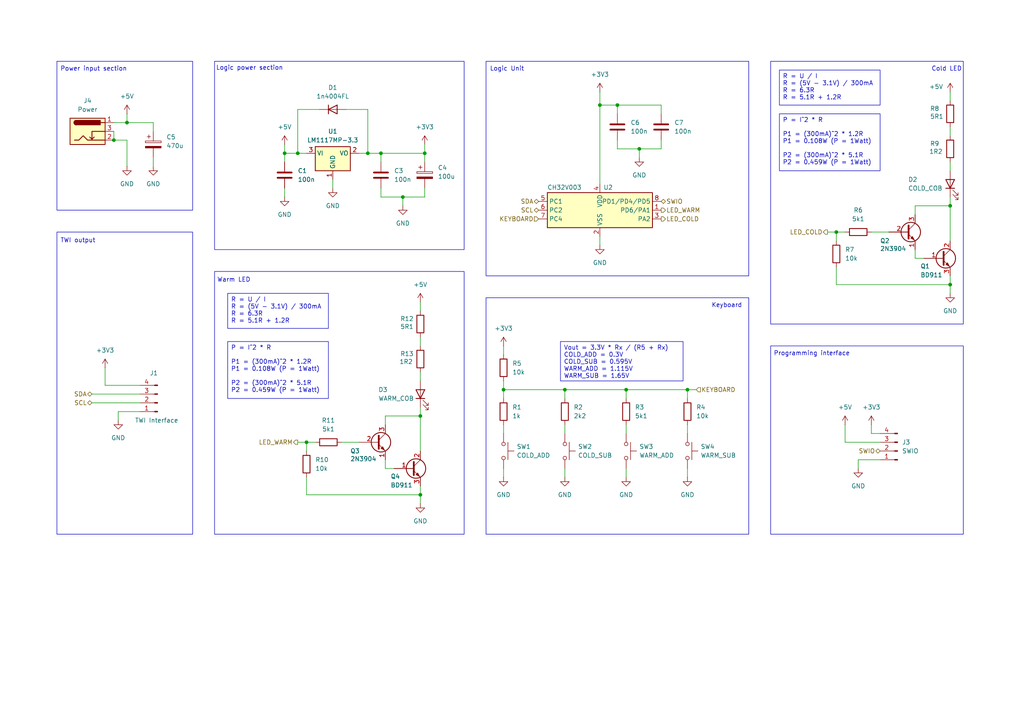
<source format=kicad_sch>
(kicad_sch (version 20231120) (generator "eeschema") (generator_version "8.0")
  (paper "A4")
  (lib_symbols
    (symbol "Connector:Barrel_Jack_Switch" (pin_names hide)
      (property "Reference" "J" (at 0 5.334 0))
      (property "Value" "Barrel_Jack_Switch" (at 0 -5.08 0))
      (symbol "Barrel_Jack_Switch_0_1"
        (rectangle (start -5.08 3.81) (end 5.08 -3.81) (stroke (width 0.254)) (fill (type background)))
        (arc (start -3.302 3.175) (mid -3.9343 2.54) (end -3.302 1.905) (stroke (width 0.254)))
        (arc (start -3.302 3.175) (mid -3.9343 2.54) (end -3.302 1.905) (stroke (width 0.254)) (fill (type outline)))
        (polyline (pts (xy 1.27 -2.286) (xy 1.905 -1.651)) (stroke (width 0.254)))
        (polyline (pts (xy 5.08 2.54) (xy 3.81 2.54)) (stroke (width 0.254)))
        (polyline (pts (xy 5.08 0) (xy 1.27 0) (xy 1.27 -2.286) (xy 0.635 -1.651)) (stroke (width 0.254)))
        (polyline (pts (xy -3.81 -2.54) (xy -2.54 -2.54) (xy -1.27 -1.27) (xy 0 -2.54) (xy 2.54 -2.54) (xy 5.08 -2.54)) (stroke (width 0.254)))
        (rectangle (start 3.683 3.175) (end -3.302 1.905) (stroke (width 0.254)) (fill (type outline)))
      )
      (symbol "Barrel_Jack_Switch_1_1"
        (pin passive line (at 7.62 2.54 180) (length 2.54) (name "~") (number "1"))
        (pin passive line (at 7.62 -2.54 180) (length 2.54) (name "~") (number "2"))
        (pin passive line (at 7.62 0 180) (length 2.54) (name "~") (number "3"))
      )
    )
    (symbol "Connector:Conn_01x04_Pin" (pin_names (offset 1.016) hide)
      (property "Reference" "J" (at 0 5.08 0))
      (property "Value" "Conn_01x04_Pin" (at 0 -7.62 0))
      (symbol "Conn_01x04_Pin_1_1"
        (polyline (pts (xy 1.27 -5.08) (xy 0.8636 -5.08)) (stroke (width 0.1524)))
        (polyline (pts (xy 1.27 -2.54) (xy 0.8636 -2.54)) (stroke (width 0.1524)))
        (polyline (pts (xy 1.27 0) (xy 0.8636 0)) (stroke (width 0.1524)))
        (polyline (pts (xy 1.27 2.54) (xy 0.8636 2.54)) (stroke (width 0.1524)))
        (rectangle (start 0.8636 -4.953) (end 0 -5.207) (stroke (width 0.1524)) (fill (type outline)))
        (rectangle (start 0.8636 -2.413) (end 0 -2.667) (stroke (width 0.1524)) (fill (type outline)))
        (rectangle (start 0.8636 0.127) (end 0 -0.127) (stroke (width 0.1524)) (fill (type outline)))
        (rectangle (start 0.8636 2.667) (end 0 2.413) (stroke (width 0.1524)) (fill (type outline)))
        (pin passive line (at 5.08 2.54 180) (length 3.81) (name "Pin_1") (number "1"))
        (pin passive line (at 5.08 0 180) (length 3.81) (name "Pin_2") (number "2"))
        (pin passive line (at 5.08 -2.54 180) (length 3.81) (name "Pin_3") (number "3"))
        (pin passive line (at 5.08 -5.08 180) (length 3.81) (name "Pin_4") (number "4"))
      )
    )
    (symbol "Device:C" (pin_numbers hide) (pin_names (offset 0.254))
      (property "Reference" "C" (at 0.635 2.54 0))
      (property "Value" "C" (at 0.635 -2.54 0))
      (symbol "C_0_1"
        (polyline (pts (xy -2.032 -0.762) (xy 2.032 -0.762)) (stroke (width 0.508)))
        (polyline (pts (xy -2.032 0.762) (xy 2.032 0.762)) (stroke (width 0.508)))
      )
      (symbol "C_1_1"
        (pin passive line (at 0 3.81 270) (length 2.794) (name "~") (number "1"))
        (pin passive line (at 0 -3.81 90) (length 2.794) (name "~") (number "2"))
      )
    )
    (symbol "Device:C_Polarized" (pin_numbers hide) (pin_names (offset 0.254))
      (property "Reference" "C" (at 0.635 2.54 0))
      (property "Value" "C_Polarized" (at 0.635 -2.54 0))
      (symbol "C_Polarized_0_1"
        (rectangle (start -2.286 0.508) (end 2.286 1.016))
        (polyline (pts (xy -1.778 2.286) (xy -0.762 2.286)))
        (polyline (pts (xy -1.27 2.794) (xy -1.27 1.778)))
        (rectangle (start 2.286 -0.508) (end -2.286 -1.016) (fill (type outline)))
      )
      (symbol "C_Polarized_1_1"
        (pin passive line (at 0 3.81 270) (length 2.794) (name "~") (number "1"))
        (pin passive line (at 0 -3.81 90) (length 2.794) (name "~") (number "2"))
      )
    )
    (symbol "Device:D" (pin_numbers hide) (pin_names (offset 1.016) hide)
      (property "Reference" "D" (at 0 2.54 0))
      (property "Value" "D" (at 0 -2.54 0))
      (symbol "D_0_1"
        (polyline (pts (xy -1.27 1.27) (xy -1.27 -1.27)) (stroke (width 0.254)))
        (polyline (pts (xy 1.27 0) (xy -1.27 0)))
        (polyline (pts (xy 1.27 1.27) (xy 1.27 -1.27) (xy -1.27 0) (xy 1.27 1.27)) (stroke (width 0.254)))
      )
      (symbol "D_1_1"
        (pin passive line (at -3.81 0 0) (length 2.54) (name "K") (number "1"))
        (pin passive line (at 3.81 0 180) (length 2.54) (name "A") (number "2"))
      )
    )
    (symbol "Device:LED" (pin_numbers hide) (pin_names (offset 1.016) hide)
      (property "Reference" "D" (at 0 2.54 0))
      (property "Value" "LED" (at 0 -2.54 0))
      (symbol "LED_0_1"
        (polyline (pts (xy -1.27 -1.27) (xy -1.27 1.27)) (stroke (width 0.254)))
        (polyline (pts (xy -1.27 0) (xy 1.27 0)))
        (polyline (pts (xy 1.27 -1.27) (xy 1.27 1.27) (xy -1.27 0) (xy 1.27 -1.27)) (stroke (width 0.254)))
        (polyline (pts (xy -3.048 -0.762) (xy -4.572 -2.286) (xy -3.81 -2.286) (xy -4.572 -2.286) (xy -4.572 -1.524)))
        (polyline (pts (xy -1.778 -0.762) (xy -3.302 -2.286) (xy -2.54 -2.286) (xy -3.302 -2.286) (xy -3.302 -1.524)))
      )
      (symbol "LED_1_1"
        (pin passive line (at -3.81 0 0) (length 2.54) (name "K") (number "1"))
        (pin passive line (at 3.81 0 180) (length 2.54) (name "A") (number "2"))
      )
    )
    (symbol "Device:R" (pin_numbers hide) (pin_names (offset 0))
      (property "Reference" "R" (at 2.032 0 90))
      (property "Value" "R" (at 0 0 90))
      (symbol "R_0_1"
        (rectangle (start -1.016 -2.54) (end 1.016 2.54) (stroke (width 0.254)))
      )
      (symbol "R_1_1"
        (pin passive line (at 0 3.81 270) (length 1.27) (name "~") (number "1"))
        (pin passive line (at 0 -3.81 90) (length 1.27) (name "~") (number "2"))
      )
    )
    (symbol "MCU_WCH_CH32V0:CH32V003JxMx"
      (property "Reference" "U" (at -15.24 7.62 0))
      (property "Value" "CH32V003JxMx" (at 15.24 7.62 0))
      (symbol "CH32V003JxMx_1_1"
        (rectangle (start -15.24 5.08) (end 15.24 -5.08) (stroke (width 0.254)) (fill (type background)))
        (pin bidirectional line (at 17.78 0 180) (length 2.54) (name "PD6/PA1") (number "1"))
        (pin power_in line (at 0 -7.62 90) (length 2.54) (name "VSS") (number "2"))
        (pin bidirectional line (at 17.78 -2.54 180) (length 2.54) (name "PA2") (number "3"))
        (pin power_in line (at 0 7.62 270) (length 2.54) (name "VDD") (number "4"))
        (pin bidirectional line (at -17.78 2.54 0) (length 2.54) (name "PC1") (number "5"))
        (pin bidirectional line (at -17.78 0 0) (length 2.54) (name "PC2") (number "6"))
        (pin bidirectional line (at -17.78 -2.54 0) (length 2.54) (name "PC4") (number "7"))
        (pin bidirectional line (at 17.78 2.54 180) (length 2.54) (name "PD1/PD4/PD5") (number "8"))
      )
    )
    (symbol "Regulator_Linear:LM1117MP-3.3"
      (property "Reference" "U" (at -3.81 3.175 0))
      (property "Value" "LM1117MP-3.3" (at 0 3.175 0))
      (symbol "LM1117MP-3.3_0_1"
        (rectangle (start -5.08 -5.08) (end 5.08 1.905) (stroke (width 0.254)) (fill (type background)))
      )
      (symbol "LM1117MP-3.3_1_1"
        (pin power_in line (at 0 -7.62 90) (length 2.54) (name "GND") (number "1"))
        (pin power_out line (at 7.62 0 180) (length 2.54) (name "VO") (number "2"))
        (pin power_in line (at -7.62 0 0) (length 2.54) (name "VI") (number "3"))
      )
    )
    (symbol "Switch:SW_Push" (pin_numbers hide) (pin_names (offset 1.016) hide)
      (property "Reference" "SW" (at 1.27 2.54 0))
      (property "Value" "SW_Push" (at 0 -1.524 0))
      (symbol "SW_Push_0_1"
        (circle (center -2.032 0) (radius 0.508))
        (polyline (pts (xy 0 1.27) (xy 0 3.048)))
        (polyline (pts (xy 2.54 1.27) (xy -2.54 1.27)))
        (circle (center 2.032 0) (radius 0.508))
        (pin passive line (at -5.08 0 0) (length 2.54) (name "1") (number "1"))
        (pin passive line (at 5.08 0 180) (length 2.54) (name "2") (number "2"))
      )
    )
    (symbol "Transistor_BJT:2N3904" (pin_names (offset 0) hide)
      (property "Reference" "Q" (at 5.08 1.905 0))
      (property "Value" "2N3904" (at 5.08 0 0))
      (symbol "2N3904_0_1"
        (polyline (pts (xy 0.635 0.635) (xy 2.54 2.54)))
        (polyline (pts (xy 0.635 -0.635) (xy 2.54 -2.54) (xy 2.54 -2.54)))
        (polyline (pts (xy 0.635 1.905) (xy 0.635 -1.905) (xy 0.635 -1.905)) (stroke (width 0.508)))
        (polyline (pts (xy 1.27 -1.778) (xy 1.778 -1.27) (xy 2.286 -2.286) (xy 1.27 -1.778) (xy 1.27 -1.778)) (fill (type outline)))
        (circle (center 1.27 0) (radius 2.8194) (stroke (width 0.254)))
      )
      (symbol "2N3904_1_1"
        (pin passive line (at 2.54 -5.08 90) (length 2.54) (name "E") (number "1"))
        (pin passive line (at -5.08 0 0) (length 5.715) (name "B") (number "2"))
        (pin passive line (at 2.54 5.08 270) (length 2.54) (name "C") (number "3"))
      )
    )
    (symbol "Transistor_BJT:BD911" (pin_names (offset 0) hide)
      (property "Reference" "Q" (at 6.35 1.905 0))
      (property "Value" "BD911" (at 6.35 0 0))
      (symbol "BD911_0_1"
        (polyline (pts (xy 0.635 0.635) (xy 2.54 2.54)))
        (polyline (pts (xy 0.635 -0.635) (xy 2.54 -2.54) (xy 2.54 -2.54)))
        (polyline (pts (xy 0.635 1.905) (xy 0.635 -1.905) (xy 0.635 -1.905)) (stroke (width 0.508)))
        (polyline (pts (xy 1.27 -1.778) (xy 1.778 -1.27) (xy 2.286 -2.286) (xy 1.27 -1.778) (xy 1.27 -1.778)) (fill (type outline)))
        (circle (center 1.27 0) (radius 2.8194) (stroke (width 0.254)))
      )
      (symbol "BD911_1_1"
        (pin input line (at -5.08 0 0) (length 5.715) (name "B") (number "1"))
        (pin passive line (at 2.54 5.08 270) (length 2.54) (name "C") (number "2"))
        (pin passive line (at 2.54 -5.08 90) (length 2.54) (name "E") (number "3"))
      )
    )
    (symbol "power:+3V3" (power) (pin_numbers hide) (pin_names (offset 0) hide)
      (property "Value" "+3V3" (at 0 3.556 0))
      (symbol "+3V3_0_1"
        (polyline (pts (xy -0.762 1.27) (xy 0 2.54)))
        (polyline (pts (xy 0 0) (xy 0 2.54)))
        (polyline (pts (xy 0 2.54) (xy 0.762 1.27)))
      )
      (symbol "+3V3_1_1"
        (pin power_in line (at 0 0 90) (length 0) (name "~") (number "1"))
      )
    )
    (symbol "power:+5V" (power) (pin_numbers hide) (pin_names (offset 0) hide)
      (property "Value" "+5V" (at 0 3.556 0))
      (symbol "+5V_0_1"
        (polyline (pts (xy -0.762 1.27) (xy 0 2.54)))
        (polyline (pts (xy 0 0) (xy 0 2.54)))
        (polyline (pts (xy 0 2.54) (xy 0.762 1.27)))
      )
      (symbol "+5V_1_1"
        (pin power_in line (at 0 0 90) (length 0) (name "~") (number "1"))
      )
    )
    (symbol "power:GND" (power) (pin_numbers hide) (pin_names (offset 0) hide)
      (property "Value" "GND" (at 0 -3.81 0))
      (symbol "GND_0_1"
        (polyline (pts (xy 0 0) (xy 0 -1.27) (xy 1.27 -1.27) (xy 0 -2.54) (xy -1.27 -1.27) (xy 0 -1.27)))
      )
      (symbol "GND_1_1"
        (pin power_in line (at 0 0 270) (length 0) (name "~") (number "1"))
      )
    )
  )
  (junction (at 82.55 44.45))
  (junction (at 181.61 113.03))
  (junction (at 88.9 128.27))
  (junction (at 86.36 44.45))
  (junction (at 123.19 44.45))
  (junction (at 179.07 30.48))
  (junction (at 146.05 113.03))
  (junction (at 275.59 82.55))
  (junction (at 33.02 40.64))
  (junction (at 275.59 59.69))
  (junction (at 36.83 35.56))
  (junction (at 110.49 44.45))
  (junction (at 242.57 67.31))
  (junction (at 185.42 43.18))
  (junction (at 121.92 143.51))
  (junction (at 199.39 113.03))
  (junction (at 121.92 120.65))
  (junction (at 116.84 57.15))
  (junction (at 173.99 30.48))
  (junction (at 106.68 44.45))
  (junction (at 163.83 113.03))
  (wire (pts (xy 30.48 106.68) (xy 30.48 111.76)))
  (wire (pts (xy 44.45 38.1) (xy 44.45 35.56)))
  (wire (pts (xy 191.77 43.18) (xy 191.77 40.64)))
  (wire (pts (xy 275.59 36.83) (xy 275.59 39.37)))
  (wire (pts (xy 199.39 113.03) (xy 199.39 115.57)))
  (wire (pts (xy 267.97 74.93) (xy 265.43 74.93)))
  (wire (pts (xy 179.07 33.02) (xy 179.07 30.48)))
  (wire (pts (xy 201.93 113.03) (xy 199.39 113.03)))
  (wire (pts (xy 146.05 123.19) (xy 146.05 125.73)))
  (wire (pts (xy 265.43 62.23) (xy 265.43 59.69)))
  (wire (pts (xy 116.84 59.69) (xy 116.84 57.15)))
  (wire (pts (xy 33.02 38.1) (xy 33.02 40.64)))
  (wire (pts (xy 33.02 40.64) (xy 36.83 40.64)))
  (wire (pts (xy 242.57 69.85) (xy 242.57 67.31)))
  (wire (pts (xy 123.19 46.99) (xy 123.19 44.45)))
  (wire (pts (xy 191.77 30.48) (xy 179.07 30.48)))
  (wire (pts (xy 44.45 35.56) (xy 36.83 35.56)))
  (wire (pts (xy 88.9 138.43) (xy 88.9 143.51)))
  (wire (pts (xy 179.07 43.18) (xy 179.07 40.64)))
  (wire (pts (xy 252.73 67.31) (xy 257.81 67.31)))
  (wire (pts (xy 114.3 135.89) (xy 111.76 135.89)))
  (wire (pts (xy 111.76 135.89) (xy 111.76 133.35)))
  (wire (pts (xy 242.57 77.47) (xy 242.57 82.55)))
  (wire (pts (xy 242.57 82.55) (xy 275.59 82.55)))
  (wire (pts (xy 26.67 114.3) (xy 40.64 114.3)))
  (wire (pts (xy 179.07 43.18) (xy 185.42 43.18)))
  (wire (pts (xy 82.55 46.99) (xy 82.55 44.45)))
  (wire (pts (xy 88.9 143.51) (xy 121.92 143.51)))
  (wire (pts (xy 82.55 54.61) (xy 82.55 57.15)))
  (wire (pts (xy 99.06 128.27) (xy 104.14 128.27)))
  (wire (pts (xy 111.76 123.19) (xy 111.76 120.65)))
  (wire (pts (xy 265.43 74.93) (xy 265.43 72.39)))
  (wire (pts (xy 36.83 33.02) (xy 36.83 35.56)))
  (wire (pts (xy 121.92 143.51) (xy 121.92 146.05)))
  (wire (pts (xy 275.59 57.15) (xy 275.59 59.69)))
  (wire (pts (xy 181.61 135.89) (xy 181.61 138.43)))
  (wire (pts (xy 86.36 31.75) (xy 92.71 31.75)))
  (wire (pts (xy 96.52 54.61) (xy 96.52 52.07)))
  (wire (pts (xy 34.29 119.38) (xy 34.29 121.92)))
  (wire (pts (xy 88.9 130.81) (xy 88.9 128.27)))
  (wire (pts (xy 121.92 107.95) (xy 121.92 110.49)))
  (wire (pts (xy 275.59 59.69) (xy 275.59 69.85)))
  (wire (pts (xy 181.61 123.19) (xy 181.61 125.73)))
  (wire (pts (xy 275.59 80.01) (xy 275.59 82.55)))
  (wire (pts (xy 86.36 128.27) (xy 88.9 128.27)))
  (wire (pts (xy 185.42 43.18) (xy 191.77 43.18)))
  (wire (pts (xy 123.19 44.45) (xy 110.49 44.45)))
  (wire (pts (xy 110.49 46.99) (xy 110.49 44.45)))
  (wire (pts (xy 242.57 67.31) (xy 245.11 67.31)))
  (wire (pts (xy 82.55 41.91) (xy 82.55 44.45)))
  (wire (pts (xy 199.39 135.89) (xy 199.39 138.43)))
  (wire (pts (xy 121.92 118.11) (xy 121.92 120.65)))
  (wire (pts (xy 199.39 113.03) (xy 181.61 113.03)))
  (wire (pts (xy 265.43 59.69) (xy 275.59 59.69)))
  (wire (pts (xy 88.9 128.27) (xy 91.44 128.27)))
  (wire (pts (xy 88.9 44.45) (xy 86.36 44.45)))
  (wire (pts (xy 191.77 33.02) (xy 191.77 30.48)))
  (wire (pts (xy 106.68 44.45) (xy 104.14 44.45)))
  (wire (pts (xy 36.83 40.64) (xy 36.83 48.26)))
  (wire (pts (xy 181.61 113.03) (xy 163.83 113.03)))
  (wire (pts (xy 181.61 113.03) (xy 181.61 115.57)))
  (wire (pts (xy 30.48 111.76) (xy 40.64 111.76)))
  (wire (pts (xy 116.84 57.15) (xy 110.49 57.15)))
  (wire (pts (xy 110.49 57.15) (xy 110.49 54.61)))
  (wire (pts (xy 100.33 31.75) (xy 106.68 31.75)))
  (wire (pts (xy 275.59 82.55) (xy 275.59 85.09)))
  (wire (pts (xy 173.99 30.48) (xy 173.99 53.34)))
  (wire (pts (xy 111.76 120.65) (xy 121.92 120.65)))
  (wire (pts (xy 245.11 128.27) (xy 255.27 128.27)))
  (wire (pts (xy 123.19 57.15) (xy 116.84 57.15)))
  (wire (pts (xy 199.39 123.19) (xy 199.39 125.73)))
  (wire (pts (xy 173.99 26.67) (xy 173.99 30.48)))
  (wire (pts (xy 44.45 48.26) (xy 44.45 45.72)))
  (wire (pts (xy 245.11 123.19) (xy 245.11 128.27)))
  (wire (pts (xy 248.92 133.35) (xy 248.92 135.89)))
  (wire (pts (xy 163.83 135.89) (xy 163.83 138.43)))
  (wire (pts (xy 106.68 44.45) (xy 110.49 44.45)))
  (wire (pts (xy 121.92 87.63) (xy 121.92 90.17)))
  (wire (pts (xy 146.05 110.49) (xy 146.05 113.03)))
  (wire (pts (xy 106.68 31.75) (xy 106.68 44.45)))
  (wire (pts (xy 146.05 113.03) (xy 146.05 115.57)))
  (wire (pts (xy 121.92 97.79) (xy 121.92 100.33)))
  (wire (pts (xy 123.19 54.61) (xy 123.19 57.15)))
  (wire (pts (xy 26.67 116.84) (xy 40.64 116.84)))
  (wire (pts (xy 163.83 113.03) (xy 163.83 115.57)))
  (wire (pts (xy 163.83 123.19) (xy 163.83 125.73)))
  (wire (pts (xy 33.02 35.56) (xy 36.83 35.56)))
  (wire (pts (xy 173.99 68.58) (xy 173.99 71.12)))
  (wire (pts (xy 173.99 30.48) (xy 179.07 30.48)))
  (wire (pts (xy 121.92 140.97) (xy 121.92 143.51)))
  (wire (pts (xy 121.92 120.65) (xy 121.92 130.81)))
  (wire (pts (xy 240.03 67.31) (xy 242.57 67.31)))
  (wire (pts (xy 146.05 100.33) (xy 146.05 102.87)))
  (wire (pts (xy 255.27 133.35) (xy 248.92 133.35)))
  (wire (pts (xy 86.36 44.45) (xy 86.36 31.75)))
  (wire (pts (xy 163.83 113.03) (xy 146.05 113.03)))
  (wire (pts (xy 252.73 123.19) (xy 252.73 125.73)))
  (wire (pts (xy 185.42 45.72) (xy 185.42 43.18)))
  (wire (pts (xy 146.05 135.89) (xy 146.05 138.43)))
  (wire (pts (xy 123.19 41.91) (xy 123.19 44.45)))
  (wire (pts (xy 275.59 26.67) (xy 275.59 29.21)))
  (wire (pts (xy 82.55 44.45) (xy 86.36 44.45)))
  (wire (pts (xy 252.73 125.73) (xy 255.27 125.73)))
  (wire (pts (xy 40.64 119.38) (xy 34.29 119.38)))
  (wire (pts (xy 275.59 46.99) (xy 275.59 49.53)))
  (rectangle (start 223.52 100.33) (end 279.4 154.94))
  (rectangle (start 16.51 67.31) (end 55.88 154.94))
  (rectangle (start 62.23 17.78) (end 134.62 72.39))
  (rectangle (start 140.97 86.36) (end 217.17 154.94))
  (rectangle (start 16.51 17.78) (end 55.88 60.96))
  (rectangle (start 140.97 17.78) (end 217.17 80.01))
  (rectangle (start 223.52 17.78) (end 279.4 93.98))
  (rectangle (start 62.23 78.74) (end 134.62 154.94))
  (text_box "Vout = 3.3V * Rx / (R5 + Rx)\nCOLD_ADD = 0.3V\nCOLD_SUB = 0.595V\nWARM_ADD = 1.115V\nWARM_SUB = 1.65V" (at 162.56 99.06 0) (size 35.56 11.43) (effects (font (size 1.27 1.27)) (justify left top)))
  (text_box "P = I^2 * R\n\nP1 = (300mA)^2 * 1.2R\nP1 = 0.108W (P = 1Watt)\n\nP2 = (300mA)^2 * 5.1R\nP2 = 0.459W (P = 1Watt)" (at 226.06 33.02 0) (size 29.21 16.51) (effects (font (size 1.27 1.27)) (justify left top)))
  (text_box "P = I^2 * R\n\nP1 = (300mA)^2 * 1.2R\nP1 = 0.108W (P = 1Watt)\n\nP2 = (300mA)^2 * 5.1R\nP2 = 0.459W (P = 1Watt)" (at 66.04 99.06 0) (size 29.21 16.51) (effects (font (size 1.27 1.27)) (justify left top)))
  (text_box "R = U / I\nR = (5V - 3.1V) / 300mA\nR = 6.3R\nR = 5.1R + 1.2R" (at 226.06 20.32 0) (size 29.21 10.16) (effects (font (size 1.27 1.27)) (justify left top)))
  (text_box "R = U / I\nR = (5V - 3.1V) / 300mA\nR = 6.3R\nR = 5.1R + 1.2R" (at 66.04 85.09 0) (size 29.21 10.16) (effects (font (size 1.27 1.27)) (justify left top)))
  (text "TWI output\n" (at 22.606 69.85 0) (effects (font (size 1.27 1.27))))
  (text "Keyboard\n" (at 210.82 88.646 0) (effects (font (size 1.27 1.27))))
  (text "Logic Unit\n" (at 147.066 20.066 0) (effects (font (size 1.27 1.27))))
  (text "Programming interface\n" (at 235.458 102.616 0) (effects (font (size 1.27 1.27))))
  (text "Logic power section\n" (at 72.39 19.812 0) (effects (font (size 1.27 1.27))))
  (text "Power input section\n" (at 27.178 20.066 0) (effects (font (size 1.27 1.27))))
  (text "Warm LED\n" (at 67.818 81.28 0) (effects (font (size 1.27 1.27))))
  (text "Cold LED\n" (at 274.574 20.066 0) (effects (font (size 1.27 1.27))))
  (hierarchical_label "SWIO" (shape bidirectional) (at 255.27 130.81 180))
  (hierarchical_label "SCL" (shape tri_state) (at 26.67 116.84 180))
  (hierarchical_label "SDA" (shape tri_state) (at 26.67 114.3 180))
  (hierarchical_label "SDA" (shape tri_state) (at 156.21 58.42 180))
  (hierarchical_label "LED_WARM" (shape output) (at 191.77 60.96 0))
  (hierarchical_label "SCL" (shape tri_state) (at 156.21 60.96 180))
  (hierarchical_label "KEYBOARD" (shape input) (at 156.21 63.5 180))
  (hierarchical_label "SWIO" (shape bidirectional) (at 191.77 58.42 0))
  (hierarchical_label "LED_COLD" (shape output) (at 191.77 63.5 0))
  (hierarchical_label "LED_WARM" (shape output) (at 86.36 128.27 180))
  (hierarchical_label "KEYBOARD" (shape input) (at 201.93 113.03 0))
  (hierarchical_label "LED_COLD" (shape output) (at 240.03 67.31 180))
  (symbol (lib_id "Connector:Barrel_Jack_Switch") (at 25.4 38.1 0) (unit 1)
    (property "Reference" "J4" (at 25.4 29.21 0))
    (property "Value" "Power" (at 25.4 31.75 0))
    (property "Footprint" "Connector_BarrelJack:BarrelJack_Horizontal" (effects (hide yes)))
    (property "Description" "DC Barrel Jack with an internal switch" (effects (hide yes)))
  )
  (symbol (lib_id "power:+5V") (at 121.92 87.63 0) (unit 1)
    (property "Reference" "#PWR025" (effects (hide yes)))
    (property "Value" "+5V" (at 121.92 82.55 0))
    (property "Description" "Power symbol creates a global label with name \"+5V\"" (effects (hide yes)))
  )
  (symbol (lib_id "Switch:SW_Push") (at 181.61 130.81 270) (unit 1)
    (property "Reference" "SW3" (at 185.42 129.5399 90) (effects (justify left)))
    (property "Value" "WARM_ADD" (at 185.42 132.0799 90) (effects (justify left)))
    (property "Footprint" "Button_Switch_THT:SW_PUSH_6mm" (effects (hide yes)))
    (property "Description" "Push button switch, generic, two pins" (effects (hide yes)))
  )
  (symbol (lib_id "power:GND") (at 82.55 57.15 0) (unit 1)
    (property "Reference" "#PWR02" (effects (hide yes)))
    (property "Value" "GND" (at 82.55 62.23 0))
    (property "Description" "Power symbol creates a global label with name \"GND\" , ground" (effects (hide yes)))
  )
  (symbol (lib_id "Device:R") (at 181.61 119.38 0) (unit 1)
    (property "Reference" "R3" (at 184.15 118.1099 0) (effects (justify left)))
    (property "Value" "5k1" (at 184.15 120.6499 0) (effects (justify left)))
    (property "Footprint" "Resistor_SMD:R_0805_2012Metric_Pad1.20x1.40mm_HandSolder" (effects (hide yes)))
    (property "Description" "Resistor" (effects (hide yes)))
  )
  (symbol (lib_id "power:+3V3") (at 173.99 26.67 0) (unit 1)
    (property "Reference" "#PWR010" (effects (hide yes)))
    (property "Value" "+3V3" (at 173.99 21.59 0))
    (property "Description" "Power symbol creates a global label with name \"+3V3\"" (effects (hide yes)))
  )
  (symbol (lib_id "power:GND") (at 275.59 85.09 0) (unit 1)
    (property "Reference" "#PWR023" (effects (hide yes)))
    (property "Value" "GND" (at 275.59 90.17 0))
    (property "Description" "Power symbol creates a global label with name \"GND\" , ground" (effects (hide yes)))
  )
  (symbol (lib_id "power:GND") (at 36.83 48.26 0) (unit 1)
    (property "Reference" "#PWR06" (effects (hide yes)))
    (property "Value" "GND" (at 36.83 53.34 0))
    (property "Description" "Power symbol creates a global label with name \"GND\" , ground" (effects (hide yes)))
  )
  (symbol (lib_id "Switch:SW_Push") (at 146.05 130.81 270) (unit 1)
    (property "Reference" "SW1" (at 149.86 129.5399 90) (effects (justify left)))
    (property "Value" "COLD_ADD" (at 149.86 132.0799 90) (effects (justify left)))
    (property "Footprint" "Button_Switch_THT:SW_PUSH_6mm" (effects (hide yes)))
    (property "Description" "Push button switch, generic, two pins" (effects (hide yes)))
  )
  (symbol (lib_id "Device:C") (at 191.77 36.83 0) (unit 1)
    (property "Reference" "C7" (at 195.58 35.5599 0) (effects (justify left)))
    (property "Value" "100n" (at 195.58 38.0999 0) (effects (justify left)))
    (property "Footprint" "Capacitor_SMD:C_0805_2012Metric_Pad1.18x1.45mm_HandSolder" (effects (hide yes)))
    (property "Description" "Unpolarized capacitor" (effects (hide yes)))
  )
  (symbol (lib_id "power:GND") (at 181.61 138.43 0) (unit 1)
    (property "Reference" "#PWR021" (effects (hide yes)))
    (property "Value" "GND" (at 181.61 143.51 0))
    (property "Description" "Power symbol creates a global label with name \"GND\" , ground" (effects (hide yes)))
  )
  (symbol (lib_id "power:GND") (at 121.92 146.05 0) (unit 1)
    (property "Reference" "#PWR026" (effects (hide yes)))
    (property "Value" "GND" (at 121.92 151.13 0))
    (property "Description" "Power symbol creates a global label with name \"GND\" , ground" (effects (hide yes)))
  )
  (symbol (lib_id "Connector:Conn_01x04_Pin") (at 260.35 130.81 180) (unit 1)
    (property "Reference" "J3" (at 261.62 128.2699 0) (effects (justify right)))
    (property "Value" "SWIO" (at 261.62 130.8099 0) (effects (justify right)))
    (property "Footprint" "Connector_PinHeader_2.54mm:PinHeader_1x04_P2.54mm_Vertical" (effects (hide yes)))
    (property "Description" "Generic connector, single row, 01x04, script generated" (effects (hide yes)))
  )
  (symbol (lib_id "power:GND") (at 146.05 138.43 0) (unit 1)
    (property "Reference" "#PWR019" (effects (hide yes)))
    (property "Value" "GND" (at 146.05 143.51 0))
    (property "Description" "Power symbol creates a global label with name \"GND\" , ground" (effects (hide yes)))
  )
  (symbol (lib_id "Transistor_BJT:BD911") (at 273.05 74.93 0) (unit 1)
    (property "Reference" "Q1" (at 266.954 77.216 0) (effects (justify left)))
    (property "Value" "BD911" (at 266.954 79.756 0) (effects (justify left)))
    (property "Footprint" "Package_TO_SOT_THT:TO-220-3_Vertical" (effects (hide yes)))
    (property "Datasheet" "http://www.st.com/internet/com/TECHNICAL_RESOURCES/TECHNICAL_LITERATURE/DATASHEET/CD00001277.pdf" (effects (hide yes)))
    (property "Description" "15A, Silicon Power NPN Transistors, TO-220" (effects (hide yes)))
  )
  (symbol (lib_id "Device:C") (at 110.49 50.8 0) (unit 1)
    (property "Reference" "C3" (at 114.3 49.5299 0) (effects (justify left)))
    (property "Value" "100n" (at 114.3 52.0699 0) (effects (justify left)))
    (property "Footprint" "Capacitor_SMD:C_0805_2012Metric_Pad1.18x1.45mm_HandSolder" (effects (hide yes)))
    (property "Description" "Unpolarized capacitor" (effects (hide yes)))
  )
  (symbol (lib_id "Switch:SW_Push") (at 163.83 130.81 270) (unit 1)
    (property "Reference" "SW2" (at 167.64 129.5399 90) (effects (justify left)))
    (property "Value" "COLD_SUB" (at 167.64 132.0799 90) (effects (justify left)))
    (property "Footprint" "Button_Switch_THT:SW_PUSH_6mm" (effects (hide yes)))
    (property "Description" "Push button switch, generic, two pins" (effects (hide yes)))
  )
  (symbol (lib_id "power:GND") (at 185.42 45.72 0) (unit 1)
    (property "Reference" "#PWR011" (effects (hide yes)))
    (property "Value" "GND" (at 185.42 50.8 0))
    (property "Description" "Power symbol creates a global label with name \"GND\" , ground" (effects (hide yes)))
  )
  (symbol (lib_id "Device:R") (at 199.39 119.38 0) (unit 1)
    (property "Reference" "R4" (at 201.93 118.1099 0) (effects (justify left)))
    (property "Value" "10k" (at 201.93 120.6499 0) (effects (justify left)))
    (property "Footprint" "Resistor_SMD:R_0805_2012Metric_Pad1.20x1.40mm_HandSolder" (effects (hide yes)))
    (property "Description" "Resistor" (effects (hide yes)))
  )
  (symbol (lib_id "Device:C_Polarized") (at 44.45 41.91 0) (unit 1)
    (property "Reference" "C5" (at 48.26 39.7509 0) (effects (justify left)))
    (property "Value" "470u" (at 48.26 42.2909 0) (effects (justify left)))
    (property "Footprint" "Capacitor_SMD:CP_Elec_5x3.9" (effects (hide yes)))
    (property "Description" "Polarized capacitor" (effects (hide yes)))
  )
  (symbol (lib_id "Regulator_Linear:LM1117MP-3.3") (at 96.52 44.45 0) (unit 1)
    (property "Reference" "U1" (at 96.52 38.1 0))
    (property "Value" "LM1117MP-3.3" (at 96.52 40.64 0))
    (property "Footprint" "Package_TO_SOT_SMD:SOT-223-3_TabPin2" (effects (hide yes)))
    (property "Datasheet" "http://www.ti.com/lit/ds/symlink/lm1117.pdf" (effects (hide yes)))
    (property "Description" "800mA Low-Dropout Linear Regulator, 3.3V fixed output, SOT-223" (effects (hide yes)))
  )
  (symbol (lib_id "Device:R") (at 242.57 73.66 180) (unit 1)
    (property "Reference" "R7" (at 245.11 72.3899 0) (effects (justify right)))
    (property "Value" "10k" (at 245.11 74.9299 0) (effects (justify right)))
    (property "Footprint" "Resistor_SMD:R_0805_2012Metric_Pad1.20x1.40mm_HandSolder" (effects (hide yes)))
    (property "Description" "Resistor" (effects (hide yes)))
  )
  (symbol (lib_id "Device:C") (at 179.07 36.83 0) (unit 1)
    (property "Reference" "C6" (at 182.88 35.5599 0) (effects (justify left)))
    (property "Value" "100n" (at 182.88 38.0999 0) (effects (justify left)))
    (property "Footprint" "Capacitor_SMD:C_0805_2012Metric_Pad1.18x1.45mm_HandSolder" (effects (hide yes)))
    (property "Description" "Unpolarized capacitor" (effects (hide yes)))
  )
  (symbol (lib_id "Device:R") (at 163.83 119.38 0) (unit 1)
    (property "Reference" "R2" (at 166.37 118.1099 0) (effects (justify left)))
    (property "Value" "2k2" (at 166.37 120.6499 0) (effects (justify left)))
    (property "Footprint" "Resistor_SMD:R_0805_2012Metric_Pad1.20x1.40mm_HandSolder" (effects (hide yes)))
    (property "Description" "Resistor" (effects (hide yes)))
  )
  (symbol (lib_id "Device:C") (at 82.55 50.8 0) (unit 1)
    (property "Reference" "C1" (at 86.36 49.5299 0) (effects (justify left)))
    (property "Value" "100n" (at 86.36 52.0699 0) (effects (justify left)))
    (property "Footprint" "Capacitor_SMD:C_0805_2012Metric_Pad1.18x1.45mm_HandSolder" (effects (hide yes)))
    (property "Description" "Unpolarized capacitor" (effects (hide yes)))
  )
  (symbol (lib_id "power:GND") (at 173.99 71.12 0) (unit 1)
    (property "Reference" "#PWR09" (effects (hide yes)))
    (property "Value" "GND" (at 173.99 76.2 0))
    (property "Description" "Power symbol creates a global label with name \"GND\" , ground" (effects (hide yes)))
  )
  (symbol (lib_id "power:+5V") (at 275.59 26.67 0) (unit 1)
    (property "Reference" "#PWR024" (effects (hide yes)))
    (property "Value" "+5V" (at 271.526 25.146 0))
    (property "Description" "Power symbol creates a global label with name \"+5V\"" (effects (hide yes)))
  )
  (symbol (lib_id "Device:LED") (at 121.92 114.3 90) (unit 1)
    (property "Reference" "D3" (at 109.728 113.03 90) (effects (justify right)))
    (property "Value" "WARM_COB" (at 109.728 115.57 90) (effects (justify right)))
    (property "Footprint" "LED_SMD:LED_1W_3W_R8" (effects (hide yes)))
    (property "Description" "Light emitting diode" (effects (hide yes)))
  )
  (symbol (lib_id "Device:R") (at 275.59 43.18 0) (unit 1)
    (property "Reference" "R9" (at 269.748 41.656 0) (effects (justify left)))
    (property "Value" "1R2" (at 269.494 43.942 0) (effects (justify left)))
    (property "Footprint" "Resistor_THT:R_Axial_DIN0309_L9.0mm_D3.2mm_P12.70mm_Horizontal" (effects (hide yes)))
    (property "Description" "Resistor" (effects (hide yes)))
  )
  (symbol (lib_id "Connector:Conn_01x04_Pin") (at 45.72 116.84 180) (unit 1)
    (property "Reference" "J1" (at 43.434 108.204 0) (effects (justify right)))
    (property "Value" "TWI Interface" (at 39.116 121.92 0) (effects (justify right)))
    (property "Footprint" "Connector_PinHeader_2.54mm:PinHeader_1x04_P2.54mm_Vertical" (effects (hide yes)))
    (property "Description" "Generic connector, single row, 01x04, script generated" (effects (hide yes)))
  )
  (symbol (lib_id "Device:R") (at 146.05 106.68 0) (unit 1)
    (property "Reference" "R5" (at 148.59 105.4099 0) (effects (justify left)))
    (property "Value" "10k" (at 148.59 107.9499 0) (effects (justify left)))
    (property "Footprint" "Resistor_SMD:R_0805_2012Metric_Pad1.20x1.40mm_HandSolder" (effects (hide yes)))
    (property "Description" "Resistor" (effects (hide yes)))
  )
  (symbol (lib_id "Device:R") (at 95.25 128.27 90) (unit 1)
    (property "Reference" "R11" (at 95.25 121.92 90))
    (property "Value" "5k1" (at 95.25 124.46 90))
    (property "Footprint" "Resistor_SMD:R_0805_2012Metric_Pad1.20x1.40mm_HandSolder" (effects (hide yes)))
    (property "Description" "Resistor" (effects (hide yes)))
  )
  (symbol (lib_id "Device:R") (at 121.92 104.14 0) (unit 1)
    (property "Reference" "R13" (at 116.078 102.616 0) (effects (justify left)))
    (property "Value" "1R2" (at 115.824 104.902 0) (effects (justify left)))
    (property "Footprint" "Resistor_THT:R_Axial_DIN0309_L9.0mm_D3.2mm_P12.70mm_Horizontal" (effects (hide yes)))
    (property "Description" "Resistor" (effects (hide yes)))
  )
  (symbol (lib_id "power:GND") (at 199.39 138.43 0) (unit 1)
    (property "Reference" "#PWR022" (effects (hide yes)))
    (property "Value" "GND" (at 199.39 143.51 0))
    (property "Description" "Power symbol creates a global label with name \"GND\" , ground" (effects (hide yes)))
  )
  (symbol (lib_id "power:GND") (at 116.84 59.69 0) (unit 1)
    (property "Reference" "#PWR03" (effects (hide yes)))
    (property "Value" "GND" (at 116.84 64.77 0))
    (property "Description" "Power symbol creates a global label with name \"GND\" , ground" (effects (hide yes)))
  )
  (symbol (lib_id "power:GND") (at 44.45 48.26 0) (unit 1)
    (property "Reference" "#PWR08" (effects (hide yes)))
    (property "Value" "GND" (at 44.45 53.34 0))
    (property "Description" "Power symbol creates a global label with name \"GND\" , ground" (effects (hide yes)))
  )
  (symbol (lib_id "power:GND") (at 163.83 138.43 0) (unit 1)
    (property "Reference" "#PWR020" (effects (hide yes)))
    (property "Value" "GND" (at 163.83 143.51 0))
    (property "Description" "Power symbol creates a global label with name \"GND\" , ground" (effects (hide yes)))
  )
  (symbol (lib_id "power:+3V3") (at 252.73 123.19 0) (unit 1)
    (property "Reference" "#PWR015" (effects (hide yes)))
    (property "Value" "+3V3" (at 252.73 118.11 0))
    (property "Description" "Power symbol creates a global label with name \"+3V3\"" (effects (hide yes)))
  )
  (symbol (lib_id "Device:R") (at 88.9 134.62 180) (unit 1)
    (property "Reference" "R10" (at 91.44 133.3499 0) (effects (justify right)))
    (property "Value" "10k" (at 91.44 135.8899 0) (effects (justify right)))
    (property "Footprint" "Resistor_SMD:R_0805_2012Metric_Pad1.20x1.40mm_HandSolder" (effects (hide yes)))
    (property "Description" "Resistor" (effects (hide yes)))
  )
  (symbol (lib_id "Device:LED") (at 275.59 53.34 90) (unit 1)
    (property "Reference" "D2" (at 263.398 52.07 90) (effects (justify right)))
    (property "Value" "COLD_COB" (at 263.398 54.61 90) (effects (justify right)))
    (property "Footprint" "LED_SMD:LED_1W_3W_R8" (effects (hide yes)))
    (property "Description" "Light emitting diode" (effects (hide yes)))
  )
  (symbol (lib_id "power:+5V") (at 36.83 33.02 0) (unit 1)
    (property "Reference" "#PWR07" (effects (hide yes)))
    (property "Value" "+5V" (at 36.83 27.94 0))
    (property "Description" "Power symbol creates a global label with name \"+5V\"" (effects (hide yes)))
  )
  (symbol (lib_id "Device:R") (at 121.92 93.98 0) (unit 1)
    (property "Reference" "R12" (at 116.078 92.456 0) (effects (justify left)))
    (property "Value" "5R1" (at 116.078 94.742 0) (effects (justify left)))
    (property "Footprint" "Resistor_THT:R_Axial_DIN0309_L9.0mm_D3.2mm_P12.70mm_Horizontal" (effects (hide yes)))
    (property "Description" "Resistor" (effects (hide yes)))
  )
  (symbol (lib_id "Device:C_Polarized") (at 123.19 50.8 0) (unit 1)
    (property "Reference" "C4" (at 127 48.6409 0) (effects (justify left)))
    (property "Value" "100u" (at 127 51.1809 0) (effects (justify left)))
    (property "Footprint" "Capacitor_SMD:CP_Elec_5x3.9" (effects (hide yes)))
    (property "Description" "Polarized capacitor" (effects (hide yes)))
  )
  (symbol (lib_id "power:+5V") (at 82.55 41.91 0) (unit 1)
    (property "Reference" "#PWR05" (effects (hide yes)))
    (property "Value" "+5V" (at 82.55 36.83 0))
    (property "Description" "Power symbol creates a global label with name \"+5V\"" (effects (hide yes)))
  )
  (symbol (lib_id "Device:D") (at 96.52 31.75 0) (unit 1)
    (property "Reference" "D1" (at 96.52 25.4 0))
    (property "Value" "1n4004FL" (at 96.52 27.94 0))
    (property "Footprint" "Diode_SMD:D_SOD-123F" (effects (hide yes)))
    (property "Description" "Diode" (effects (hide yes)))
    (property "Sim.Device" "D" (effects (hide yes)))
    (property "Sim.Pins" "1=K 2=A" (effects (hide yes)))
  )
  (symbol (lib_id "power:+3V3") (at 30.48 106.68 0) (unit 1)
    (property "Reference" "#PWR014" (effects (hide yes)))
    (property "Value" "+3V3" (at 30.48 101.6 0))
    (property "Description" "Power symbol creates a global label with name \"+3V3\"" (effects (hide yes)))
  )
  (symbol (lib_id "Device:R") (at 275.59 33.02 0) (unit 1)
    (property "Reference" "R8" (at 269.748 31.496 0) (effects (justify left)))
    (property "Value" "5R1" (at 269.748 33.782 0) (effects (justify left)))
    (property "Footprint" "Resistor_THT:R_Axial_DIN0309_L9.0mm_D3.2mm_P12.70mm_Horizontal" (effects (hide yes)))
    (property "Description" "Resistor" (effects (hide yes)))
  )
  (symbol (lib_id "Transistor_BJT:BD911") (at 119.38 135.89 0) (unit 1)
    (property "Reference" "Q4" (at 113.284 138.176 0) (effects (justify left)))
    (property "Value" "BD911" (at 113.284 140.716 0) (effects (justify left)))
    (property "Footprint" "Package_TO_SOT_THT:TO-220-3_Vertical" (effects (hide yes)))
    (property "Datasheet" "http://www.st.com/internet/com/TECHNICAL_RESOURCES/TECHNICAL_LITERATURE/DATASHEET/CD00001277.pdf" (effects (hide yes)))
    (property "Description" "15A, Silicon Power NPN Transistors, TO-220" (effects (hide yes)))
  )
  (symbol (lib_id "power:GND") (at 248.92 135.89 0) (unit 1)
    (property "Reference" "#PWR017" (effects (hide yes)))
    (property "Value" "GND" (at 248.92 140.97 0))
    (property "Description" "Power symbol creates a global label with name \"GND\" , ground" (effects (hide yes)))
  )
  (symbol (lib_id "Device:R") (at 146.05 119.38 0) (unit 1)
    (property "Reference" "R1" (at 148.59 118.1099 0) (effects (justify left)))
    (property "Value" "1k" (at 148.59 120.6499 0) (effects (justify left)))
    (property "Footprint" "Resistor_SMD:R_0805_2012Metric_Pad1.20x1.40mm_HandSolder" (effects (hide yes)))
    (property "Description" "Resistor" (effects (hide yes)))
  )
  (symbol (lib_id "power:+3V3") (at 146.05 100.33 0) (unit 1)
    (property "Reference" "#PWR018" (effects (hide yes)))
    (property "Value" "+3V3" (at 146.05 95.25 0))
    (property "Description" "Power symbol creates a global label with name \"+3V3\"" (effects (hide yes)))
  )
  (symbol (lib_id "Transistor_BJT:2N3904") (at 262.89 67.31 0) (unit 1)
    (property "Reference" "Q2" (at 255.27 69.85 0) (effects (justify left)))
    (property "Value" "2N3904" (at 255.27 72.136 0) (effects (justify left)))
    (property "Footprint" "Package_TO_SOT_THT:TO-92L_Inline_Wide" (effects (hide yes)))
    (property "Datasheet" "https://www.onsemi.com/pub/Collateral/2N3903-D.PDF" (effects (hide yes)))
    (property "Description" "0.2A Ic, 40V Vce, Small Signal NPN Transistor, TO-92" (effects (hide yes)))
  )
  (symbol (lib_id "power:GND") (at 96.52 54.61 0) (unit 1)
    (property "Reference" "#PWR01" (effects (hide yes)))
    (property "Value" "GND" (at 96.52 59.69 0))
    (property "Description" "Power symbol creates a global label with name \"GND\" , ground" (effects (hide yes)))
  )
  (symbol (lib_id "power:GND") (at 34.29 121.92 0) (unit 1)
    (property "Reference" "#PWR012" (effects (hide yes)))
    (property "Value" "GND" (at 34.29 127 0))
    (property "Description" "Power symbol creates a global label with name \"GND\" , ground" (effects (hide yes)))
  )
  (symbol (lib_id "Device:R") (at 248.92 67.31 90) (unit 1)
    (property "Reference" "R6" (at 248.92 60.96 90))
    (property "Value" "5k1" (at 248.92 63.5 90))
    (property "Footprint" "Resistor_SMD:R_0805_2012Metric_Pad1.20x1.40mm_HandSolder" (effects (hide yes)))
    (property "Description" "Resistor" (effects (hide yes)))
  )
  (symbol (lib_id "MCU_WCH_CH32V0:CH32V003JxMx") (at 173.99 60.96 0) (unit 1)
    (property "Reference" "U2" (at 175.006 54.356 0) (effects (justify left)))
    (property "Value" "CH32V003" (at 158.75 54.356 0) (effects (justify left)))
    (property "Footprint" "Package_SO:SOP-8_3.9x4.9mm_P1.27mm" (effects (hide yes)))
    (property "Datasheet" "https://www.wch-ic.com/products/CH32V003.html" (effects (hide yes)))
    (property "Description" "CH32V003 series are industrial-grade general-purpose microcontrollers designed based on 32-bit RISC-V instruction set and architecture. It adopts QingKe V2A core, RV32EC instruction set, and supports 2 levels of interrupt nesting. The series are mounted with rich peripheral interfaces and function modules. Its internal organizational structure meets the low-cost and low-power embedded application scenarios." (effects (hide yes)))
  )
  (symbol (lib_id "power:+5V") (at 245.11 123.19 0) (unit 1)
    (property "Reference" "#PWR016" (effects (hide yes)))
    (property "Value" "+5V" (at 245.11 118.11 0))
    (property "Description" "Power symbol creates a global label with name \"+5V\"" (effects (hide yes)))
  )
  (symbol (lib_id "Transistor_BJT:2N3904") (at 109.22 128.27 0) (unit 1)
    (property "Reference" "Q3" (at 101.6 130.81 0) (effects (justify left)))
    (property "Value" "2N3904" (at 101.6 133.096 0) (effects (justify left)))
    (property "Footprint" "Package_TO_SOT_THT:TO-92L_Inline_Wide" (effects (hide yes)))
    (property "Datasheet" "https://www.onsemi.com/pub/Collateral/2N3903-D.PDF" (effects (hide yes)))
    (property "Description" "0.2A Ic, 40V Vce, Small Signal NPN Transistor, TO-92" (effects (hide yes)))
  )
  (symbol (lib_id "Switch:SW_Push") (at 199.39 130.81 270) (unit 1)
    (property "Reference" "SW4" (at 203.2 129.5399 90) (effects (justify left)))
    (property "Value" "WARM_SUB" (at 203.2 132.0799 90) (effects (justify left)))
    (property "Footprint" "Button_Switch_THT:SW_PUSH_6mm" (effects (hide yes)))
    (property "Description" "Push button switch, generic, two pins" (effects (hide yes)))
  )
  (symbol (lib_id "power:+3V3") (at 123.19 41.91 0) (unit 1)
    (property "Reference" "#PWR04" (effects (hide yes)))
    (property "Value" "+3V3" (at 123.19 36.83 0))
    (property "Description" "Power symbol creates a global label with name \"+3V3\"" (effects (hide yes)))
  )
)
</source>
